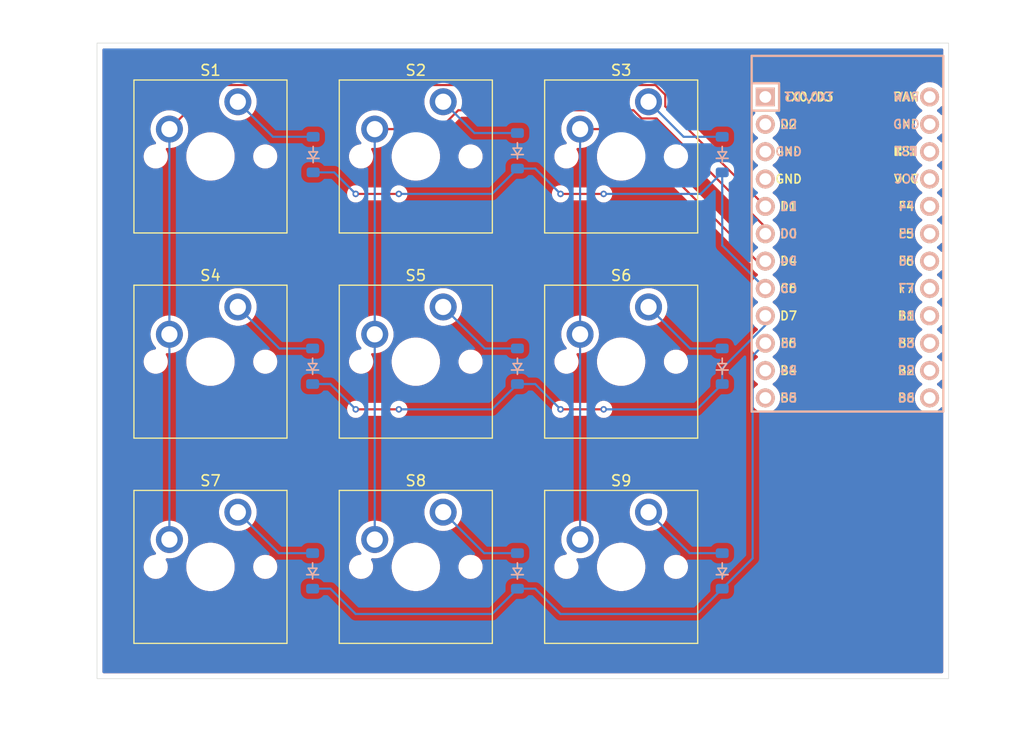
<source format=kicad_pcb>
(kicad_pcb (version 20240108) (generator "pcbnew") (generator_version "8.0")
  (layers (0 "F.Cu" signal) (31 "B.Cu" signal) (34 "B.Paste" user) (35 "F.Paste" user) (36 "B.SilkS" user "B.Silkscreen") (37 "F.SilkS" user "F.Silkscreen") (38 "B.Mask" user) (39 "F.Mask" user) (44 "Edge.Cuts" user))
  (net 0 "")
  (net 1 "Net-(D1-A)")
  (net 2 "Row 0")
  (net 3 "Net-(D2-A)")
  (net 4 "Net-(D3-A)")
  (net 5 "Row 1")
  (net 6 "Net-(D4-A)")
  (net 7 "Net-(D5-A)")
  (net 8 "Net-(D6-A)")
  (net 9 "Row 2")
  (net 10 "Net-(D7-A)")
  (net 11 "Net-(D8-A)")
  (net 12 "Net-(D9-A)")
  (net 13 "Colunm 0")
  (net 14 "Colunm 1")
  (net 15 "Colunm 2")
  (footprint "ScottoKeebs_MX:MX_PCB_1.00u" (layer "F.Cu") (at 163.72 83.8)
    (property "Reference" "S3" (at 0 -8 0) (layer "F.SilkS"))
    (property "Value" "Keyswitch")
    (fp_line (start -7.1 -7.1) (end -7.1 7.1) (stroke (width 0.12)) (layer "F.SilkS"))
    (fp_line (start -7.1 7.1) (end 7.1 7.1) (stroke (width 0.12)) (layer "F.SilkS"))
    (fp_line (start 7.1 -7.1) (end -7.1 -7.1) (stroke (width 0.12)) (layer "F.SilkS"))
    (fp_line (start 7.1 7.1) (end 7.1 -7.1) (stroke (width 0.12)) (layer "F.SilkS"))
    (pad "" np_thru_hole circle (at -5.08 0) (size 1.75 1.75) (drill 1.75) (layers "*.Cu" "*.Mask"))
    (pad "" np_thru_hole circle (at 0 0) (size 4 4) (drill 4) (layers "*.Cu" "*.Mask"))
    (pad "" np_thru_hole circle (at 5.08 0) (size 1.75 1.75) (drill 1.75) (layers "*.Cu" "*.Mask"))
    (pad "1" thru_hole circle (at -3.81 -2.54) (size 2.5 2.5) (drill 1.5) (layers "*.Cu" "*.Mask") (net 15 "Colunm 2"))
    (pad "2" thru_hole circle (at 2.54 -5.08) (size 2.5 2.5) (drill 1.5) (layers "*.Cu" "*.Mask") (net 4 "Net-(D3-A)"))
  )
  (footprint "ScottoKeebs_MX:MX_PCB_1.00u" (layer "F.Cu") (at 125.62 121.9)
    (property "Reference" "S7" (at 0 -8 0) (layer "F.SilkS"))
    (property "Value" "Keyswitch")
    (fp_line (start -7.1 -7.1) (end -7.1 7.1) (stroke (width 0.12)) (layer "F.SilkS"))
    (fp_line (start -7.1 7.1) (end 7.1 7.1) (stroke (width 0.12)) (layer "F.SilkS"))
    (fp_line (start 7.1 -7.1) (end -7.1 -7.1) (stroke (width 0.12)) (layer "F.SilkS"))
    (fp_line (start 7.1 7.1) (end 7.1 -7.1) (stroke (width 0.12)) (layer "F.SilkS"))
    (pad "" np_thru_hole circle (at -5.08 0) (size 1.75 1.75) (drill 1.75) (layers "*.Cu" "*.Mask"))
    (pad "" np_thru_hole circle (at 0 0) (size 4 4) (drill 4) (layers "*.Cu" "*.Mask"))
    (pad "" np_thru_hole circle (at 5.08 0) (size 1.75 1.75) (drill 1.75) (layers "*.Cu" "*.Mask"))
    (pad "1" thru_hole circle (at -3.81 -2.54) (size 2.5 2.5) (drill 1.5) (layers "*.Cu" "*.Mask") (net 13 "Colunm 0"))
    (pad "2" thru_hole circle (at 2.54 -5.08) (size 2.5 2.5) (drill 1.5) (layers "*.Cu" "*.Mask") (net 10 "Net-(D7-A)"))
  )
  (footprint "ScottoKeebs_MCU:Arduino_Pro_Micro" (layer "F.Cu") (at 184.715 92.245)
    (property "Reference" "U1" (hide yes))
    (property "Value" "Arduino_Pro_Micro" (hide yes))
    (fp_line (start -8.89 -17.78) (end -8.89 15.24) (stroke (width 0.2)) (layer "B.SilkS"))
    (fp_line (start -8.89 15.24) (end 8.89 15.24) (stroke (width 0.2)) (layer "B.SilkS"))
    (fp_line (start -6.35 -15.24) (end -8.89 -15.24) (stroke (width 0.2)) (layer "B.SilkS"))
    (fp_line (start -6.35 -15.24) (end -6.35 -12.7) (stroke (width 0.2)) (layer "B.SilkS"))
    (fp_line (start -6.35 -12.7) (end -8.89 -12.7) (stroke (width 0.2)) (layer "B.SilkS"))
    (fp_line (start 8.89 -17.78) (end -8.89 -17.78) (stroke (width 0.2)) (layer "B.SilkS"))
    (fp_line (start 8.89 15.24) (end 8.89 -17.78) (stroke (width 0.2)) (layer "B.SilkS"))
    (fp_poly (pts (xy 5.844635 -9.35097) (xy 5.844635 -9.25097) (xy 6.344635 -9.25097) (xy 6.344635 -9.35097)) (stroke (width 0.15)) (fill solid) (layer "B.SilkS"))
    (fp_poly (pts (xy 5.844635 -9.35097) (xy 5.844635 -9.05097) (xy 5.944635 -9.05097) (xy 5.944635 -9.35097)) (stroke (width 0.15)) (fill solid) (layer "B.SilkS"))
    (fp_poly (pts (xy 5.844635 -8.75097) (xy 5.844635 -8.55097) (xy 5.944635 -8.55097) (xy 5.944635 -8.75097)) (stroke (width 0.15)) (fill solid) (layer "B.SilkS"))
    (fp_poly (pts (xy 6.044635 -8.95097) (xy 6.044635 -8.85097) (xy 6.144635 -8.85097) (xy 6.144635 -8.95097)) (stroke (width 0.15)) (fill solid) (layer "B.SilkS"))
    (fp_poly (pts (xy 6.244635 -9.35097) (xy 6.244635 -8.55097) (xy 6.344635 -8.55097) (xy 6.344635 -9.35097)) (stroke (width 0.15)) (fill solid) (layer "B.SilkS"))
    (fp_line (start -8.89 -17.78) (end -8.89 15.24) (stroke (width 0.2)) (layer "F.SilkS"))
    (fp_line (start -8.89 15.24) (end 8.89 15.24) (stroke (width 0.2)) (layer "F.SilkS"))
    (fp_line (start -6.35 -15.24) (end -8.89 -15.24) (stroke (width 0.2)) (layer "F.SilkS"))
    (fp_line (start -6.35 -15.24) (end -6.35 -12.7) (stroke (width 0.2)) (layer "F.SilkS"))
    (fp_line (start -6.35 -12.7) (end -8.89 -12.7) (stroke (width 0.2)) (layer "F.SilkS"))
    (fp_line (start 8.89 -17.78) (end -8.89 -17.78) (stroke (width 0.2)) (layer "F.SilkS"))
    (fp_line (start 8.89 15.24) (end 8.89 -17.78) (stroke (width 0.2)) (layer "F.SilkS"))
    (fp_poly (pts (xy 4.531568 -9.36064) (xy 4.531568 -8.56064) (xy 4.431568 -8.56064) (xy 4.431568 -9.36064)) (stroke (width 0.15)) (fill solid) (layer "F.SilkS"))
    (fp_poly (pts (xy 4.731568 -8.96064) (xy 4.731568 -8.86064) (xy 4.631568 -8.86064) (xy 4.631568 -8.96064)) (stroke (width 0.15)) (fill solid) (layer "F.SilkS"))
    (fp_poly (pts (xy 4.931568 -9.36064) (xy 4.931568 -9.26064) (xy 4.431568 -9.26064) (xy 4.431568 -9.36064)) (stroke (width 0.15)) (fill solid) (layer "F.SilkS"))
    (fp_poly (pts (xy 4.931568 -9.36064) (xy 4.931568 -9.06064) (xy 4.831568 -9.06064) (xy 4.831568 -9.36064)) (stroke (width 0.15)) (fill solid) (layer "F.SilkS"))
    (fp_poly (pts (xy 4.931568 -8.76064) (xy 4.931568 -8.56064) (xy 4.831568 -8.56064) (xy 4.831568 -8.76064)) (stroke (width 0.15)) (fill solid) (layer "F.SilkS"))
    (fp_text user "D0" (at -5.461 -1.27 0) (layer "B.SilkS") (effects (font (size 0.8 0.8)) (justify mirror)))
    (fp_text user "B3" (at 5.461 8.89 0) (layer "B.SilkS") (effects (font (size 0.8 0.8)) (justify mirror)))
    (fp_text user "D4" (at -5.461 1.27 0) (layer "B.SilkS") (effects (font (size 0.8 0.8)) (justify mirror)))
    (fp_text user "ST" (at 5.04 -8.91 0) (layer "B.SilkS") (effects (font (size 0.8 0.8)) (justify mirror)))
    (fp_text user "B4" (at -5.461 11.43 0) (layer "B.SilkS") (effects (font (size 0.8 0.8)) (justify mirror)))
    (fp_text user "B5" (at -5.461 13.97 0) (layer "B.SilkS") (effects (font (size 0.8 0.8)) (justify mirror)))
    (fp_text user "GND" (at 5.461 -11.43 0) (layer "B.SilkS") (effects (font (size 0.8 0.8)) (justify mirror)))
    (fp_text user "GND" (at -5.461 -8.89 0) (layer "B.SilkS") (effects (font (size 0.8 0.8)) (justify mirror)))
    (fp_text user "B2" (at 5.461 11.43 0) (layer "B.SilkS") (effects (font (size 0.8 0.8)) (justify mirror)))
    (fp_text user "C6" (at -5.461 3.81 0) (layer "B.SilkS") (effects (font (size 0.8 0.8)) (justify mirror)))
    (fp_text user "D1" (at -5.461 -3.81 0) (layer "B.SilkS") (effects (font (size 0.8 0.8)) (justify mirror)))
    (fp_text user "B1" (at 5.461 6.35 0) (layer "B.SilkS") (effects (font (size 0.8 0.8)) (justify mirror)))
    (fp_text user "F7" (at 5.461 3.81 0) (layer "B.SilkS") (effects (font (size 0.8 0.8)) (justify mirror)))
    (fp_text user "RAW" (at 5.461 -13.97 0) (layer "B.SilkS") (effects (font (size 0.8 0.8)) (justify mirror)))
    (fp_text user "D2" (at -5.461 -11.43 0) (layer "B.SilkS") (effects (font (size 0.8 0.8)) (justify mirror)))
    (fp_text user "F5" (at 5.461 -1.27 0) (layer "B.SilkS") (effects (font (size 0.8 0.8)) (justify mirror)))
    (fp_text user "B6" (at 5.461 13.97 0) (layer "B.SilkS") (effects (font (size 0.8 0.8)) (justify mirror)))
    (fp_text user "VCC" (at 5.461 -6.35 0) (layer "B.SilkS") (effects (font (size 0.8 0.8)) (justify mirror)))
    (fp_text user "F4" (at 5.461 -3.81 0) (layer "B.SilkS") (effects (font (size 0.8 0.8)) (justify mirror)))
    (fp_text user "F6" (at 5.461 1.27 0) (layer "B.SilkS") (effects (font (size 0.8 0.8)) (justify mirror)))
    (fp_text user "E6" (at -5.461 8.89 0) (layer "B.SilkS") (effects (font (size 0.8 0.8)) (justify mirror)))
    (fp_text user "TX0/D3" (at -3.571872 -13.97 0) (layer "B.SilkS") (effects (font (size 0.8 0.8)) (justify mirror)))
    (fp_text user "GND" (at -5.461 -8.89 0) (layer "F.SilkS") (effects (font (size 0.8 0.8))))
    (fp_text user "RAW" (at 5.461 -13.97 0) (layer "F.SilkS") (effects (font (size 0.8 0.8))))
    (fp_text user "TX0/D3" (at -3.571872 -13.97 0) (layer "F.SilkS") (effects (font (size 0.8 0.8))))
    (fp_text user "GND" (at 5.461 -11.43 0) (layer "F.SilkS") (effects (font (size 0.8 0.8))))
    (fp_text user "B6" (at 5.461 13.97 0) (layer "F.SilkS") (effects (font (size 0.8 0.8))))
    (fp_text user "F4" (at 5.461 -3.81 0) (layer "F.SilkS") (effects (font (size 0.8 0.8))))
    (fp_text user "D0" (at -5.461 -1.27 0) (layer "F.SilkS") (effects (font (size 0.8 0.8))))
    (fp_text user "F6" (at 5.461 1.27 0) (layer "F.SilkS") (effects (font (size 0.8 0.8))))
    (fp_text user "E6" (at -5.461 8.89 0) (layer "F.SilkS") (effects (font (size 0.8 0.8))))
    (fp_text user "D4" (at -5.461 1.27 0) (layer "F.SilkS") (effects (font (size 0.8 0.8))))
    (fp_text user "ST" (at 5.73312 -8.92 0) (layer "F.SilkS") (effects (font (size 0.8 0.8))))
    (fp_text user "F5" (at 5.461 -1.27 0) (layer "F.SilkS") (effects (font (size 0.8 0.8))))
    (fp_text user "C6" (at -5.461 3.81 0) (layer "F.SilkS") (effects (font (size 0.8 0.8))))
    (fp_text user "B2" (at 5.461 11.43 0) (layer "F.SilkS") (effects (font (size 0.8 0.8))))
    (fp_text user "VCC" (at 5.461 -6.35 0) (layer "F.SilkS") (effects (font (size 0.8 0.8))))
    (fp_text user "D2" (at -5.461 -11.43 0) (layer "F.SilkS") (effects (font (size 0.8 0.8))))
    (fp_text user "F7" (at 5.461 3.81 0) (layer "F.SilkS") (effects (font (size 0.8 0.8))))
    (fp_text user "B4" (at -5.461 11.43 0) (layer "F.SilkS") (effects (font (size 0.8 0.8))))
    (fp_text user "D7" (at -5.461 6.35 0) (layer "F.SilkS") (effects (font (size 0.8 0.8))))
    (fp_text user "B1" (at 5.461 6.35 0) (layer "F.SilkS") (effects (font (size 0.8 0.8))))
    (fp_text user "GND" (at -5.461 -6.35 0) (layer "F.SilkS") (effects (font (size 0.8 0.8))))
    (fp_text user "D1" (at -5.461 -3.81 0) (layer "F.SilkS") (effects (font (size 0.8 0.8))))
    (fp_text user "B5" (at -5.461 13.97 0) (layer "F.SilkS") (effects (font (size 0.8 0.8))))
    (fp_text user "B3" (at 5.461 8.89 0) (layer "F.SilkS") (effects (font (size 0.8 0.8))))
    (pad "1" thru_hole rect (at -7.62 -13.97 270) (size 1.7526 1.7526) (drill 1.0922) (layers "*.Cu" "*.SilkS" "*.Mask"))
    (pad "2" thru_hole circle (at -7.62 -11.43 270) (size 1.7526 1.7526) (drill 1.0922) (layers "*.Cu" "*.SilkS" "*.Mask"))
    (pad "3" thru_hole circle (at -7.62 -8.89 270) (size 1.7526 1.7526) (drill 1.0922) (layers "*.Cu" "*.SilkS" "*.Mask"))
    (pad "4" thru_hole circle (at -7.62 -6.35 270) (size 1.7526 1.7526) (drill 1.0922) (layers "*.Cu" "*.SilkS" "*.Mask"))
    (pad "5" thru_hole circle (at -7.62 -3.81 270) (size 1.7526 1.7526) (drill 1.0922) (layers "*.Cu" "*.SilkS" "*.Mask") (net 13 "Colunm 0"))
    (pad "6" thru_hole circle (at -7.62 -1.27 270) (size 1.7526 1.7526) (drill 1.0922) (layers "*.Cu" "*.SilkS" "*.Mask") (net 14 "Colunm 1"))
    (pad "7" thru_hole circle (at -7.62 1.27 270) (size 1.7526 1.7526) (drill 1.0922) (layers "*.Cu" "*.SilkS" "*.Mask") (net 15 "Colunm 2"))
    (pad "8" thru_hole circle (at -7.62 3.81 270) (size 1.7526 1.7526) (drill 1.0922) (layers "*.Cu" "*.SilkS" "*.Mask") (net 2 "Row 0"))
    (pad "9" thru_hole circle (at -7.62 6.35 270) (size 1.7526 1.7526) (drill 1.0922) (layers "*.Cu" "*.SilkS" "*.Mask") (net 5 "Row 1"))
    (pad "10" thru_hole circle (at -7.62 8.89 270) (size 1.7526 1.7526) (drill 1.0922) (layers "*.Cu" "*.SilkS" "*.Mask") (net 9 "Row 2"))
    (pad "11" thru_hole circle (at -7.62 11.43 270) (size 1.7526 1.7526) (drill 1.0922) (layers "*.Cu" "*.SilkS" "*.Mask"))
    (pad "12" thru_hole circle (at -7.62 13.97 270) (size 1.7526 1.7526) (drill 1.0922) (layers "*.Cu" "*.SilkS" "*.Mask"))
    (pad "13" thru_hole circle (at 7.62 13.97 270) (size 1.7526 1.7526) (drill 1.0922) (layers "*.Cu" "*.SilkS" "*.Mask"))
    (pad "14" thru_hole circle (at 7.62 11.43 270) (size 1.7526 1.7526) (drill 1.0922) (layers "*.Cu" "*.SilkS" "*.Mask"))
    (pad "15" thru_hole circle (at 7.62 8.89 270) (size 1.7526 1.7526) (drill 1.0922) (layers "*.Cu" "*.SilkS" "*.Mask"))
    (pad "16" thru_hole circle (at 7.62 6.35 270) (size 1.7526 1.7526) (drill 1.0922) (layers "*.Cu" "*.SilkS" "*.Mask"))
    (pad "17" thru_hole circle (at 7.62 3.81 270) (size 1.7526 1.7526) (drill 1.0922) (layers "*.Cu" "*.SilkS" "*.Mask"))
    (pad "18" thru_hole circle (at 7.62 1.27 270) (size 1.7526 1.7526) (drill 1.0922) (layers "*.Cu" "*.SilkS" "*.Mask"))
    (pad "19" thru_hole circle (at 7.62 -1.27 270) (size 1.7526 1.7526) (drill 1.0922) (layers "*.Cu" "*.SilkS" "*.Mask"))
    (pad "20" thru_hole circle (at 7.62 -3.81 270) (size 1.7526 1.7526) (drill 1.0922) (layers "*.Cu" "*.SilkS" "*.Mask"))
    (pad "21" thru_hole circle (at 7.62 -6.35 270) (size 1.7526 1.7526) (drill 1.0922) (layers "*.Cu" "*.SilkS" "*.Mask"))
    (pad "22" thru_hole circle (at 7.62 -8.89 270) (size 1.7526 1.7526) (drill 1.0922) (layers "*.Cu" "*.SilkS" "*.Mask"))
    (pad "23" thru_hole circle (at 7.62 -11.43 270) (size 1.7526 1.7526) (drill 1.0922) (layers "*.Cu" "*.SilkS" "*.Mask"))
    (pad "24" thru_hole circle (at 7.62 -13.97 270) (size 1.7526 1.7526) (drill 1.0922) (layers "*.Cu" "*.SilkS" "*.Mask"))
  )
  (footprint "ScottoKeebs_MX:MX_PCB_1.00u" (layer "F.Cu") (at 144.67 102.85)
    (property "Reference" "S5" (at 0 -8 0) (layer "F.SilkS"))
    (property "Value" "Keyswitch")
    (fp_line (start -7.1 -7.1) (end -7.1 7.1) (stroke (width 0.12)) (layer "F.SilkS"))
    (fp_line (start -7.1 7.1) (end 7.1 7.1) (stroke (width 0.12)) (layer "F.SilkS"))
    (fp_line (start 7.1 -7.1) (end -7.1 -7.1) (stroke (width 0.12)) (layer "F.SilkS"))
    (fp_line (start 7.1 7.1) (end 7.1 -7.1) (stroke (width 0.12)) (layer "F.SilkS"))
    (pad "" np_thru_hole circle (at -5.08 0) (size 1.75 1.75) (drill 1.75) (layers "*.Cu" "*.Mask"))
    (pad "" np_thru_hole circle (at 0 0) (size 4 4) (drill 4) (layers "*.Cu" "*.Mask"))
    (pad "" np_thru_hole circle (at 5.08 0) (size 1.75 1.75) (drill 1.75) (layers "*.Cu" "*.Mask"))
    (pad "1" thru_hole circle (at -3.81 -2.54) (size 2.5 2.5) (drill 1.5) (layers "*.Cu" "*.Mask") (net 14 "Colunm 1"))
    (pad "2" thru_hole circle (at 2.54 -5.08) (size 2.5 2.5) (drill 1.5) (layers "*.Cu" "*.Mask") (net 7 "Net-(D5-A)"))
  )
  (footprint "ScottoKeebs_MX:MX_PCB_1.00u" (layer "F.Cu") (at 125.62 83.8)
    (property "Reference" "S1" (at 0 -8 0) (layer "F.SilkS"))
    (property "Value" "Keyswitch")
    (fp_line (start -7.1 -7.1) (end -7.1 7.1) (stroke (width 0.12)) (layer "F.SilkS"))
    (fp_line (start -7.1 7.1) (end 7.1 7.1) (stroke (width 0.12)) (layer "F.SilkS"))
    (fp_line (start 7.1 -7.1) (end -7.1 -7.1) (stroke (width 0.12)) (layer "F.SilkS"))
    (fp_line (start 7.1 7.1) (end 7.1 -7.1) (stroke (width 0.12)) (layer "F.SilkS"))
    (pad "" np_thru_hole circle (at -5.08 0) (size 1.75 1.75) (drill 1.75) (layers "*.Cu" "*.Mask"))
    (pad "" np_thru_hole circle (at 0 0) (size 4 4) (drill 4) (layers "*.Cu" "*.Mask"))
    (pad "" np_thru_hole circle (at 5.08 0) (size 1.75 1.75) (drill 1.75) (layers "*.Cu" "*.Mask"))
    (pad "1" thru_hole circle (at -3.81 -2.54) (size 2.5 2.5) (drill 1.5) (layers "*.Cu" "*.Mask") (net 13 "Colunm 0"))
    (pad "2" thru_hole circle (at 2.54 -5.08) (size 2.5 2.5) (drill 1.5) (layers "*.Cu" "*.Mask") (net 1 "Net-(D1-A)"))
  )
  (footprint "ScottoKeebs_MX:MX_PCB_1.00u" (layer "F.Cu") (at 144.67 121.9)
    (property "Reference" "S8" (at 0 -8 0) (layer "F.SilkS"))
    (property "Value" "Keyswitch")
    (fp_line (start -7.1 -7.1) (end -7.1 7.1) (stroke (width 0.12)) (layer "F.SilkS"))
    (fp_line (start -7.1 7.1) (end 7.1 7.1) (stroke (width 0.12)) (layer "F.SilkS"))
    (fp_line (start 7.1 -7.1) (end -7.1 -7.1) (stroke (width 0.12)) (layer "F.SilkS"))
    (fp_line (start 7.1 7.1) (end 7.1 -7.1) (stroke (width 0.12)) (layer "F.SilkS"))
    (pad "" np_thru_hole circle (at -5.08 0) (size 1.75 1.75) (drill 1.75) (layers "*.Cu" "*.Mask"))
    (pad "" np_thru_hole circle (at 0 0) (size 4 4) (drill 4) (layers "*.Cu" "*.Mask"))
    (pad "" np_thru_hole circle (at 5.08 0) (size 1.75 1.75) (drill 1.75) (layers "*.Cu" "*.Mask"))
    (pad "1" thru_hole circle (at -3.81 -2.54) (size 2.5 2.5) (drill 1.5) (layers "*.Cu" "*.Mask") (net 14 "Colunm 1"))
    (pad "2" thru_hole circle (at 2.54 -5.08) (size 2.5 2.5) (drill 1.5) (layers "*.Cu" "*.Mask") (net 11 "Net-(D8-A)"))
  )
  (footprint "ScottoKeebs_MX:MX_PCB_1.00u" (layer "F.Cu") (at 144.67 83.8)
    (property "Reference" "S2" (at 0 -8 0) (layer "F.SilkS"))
    (property "Value" "Keyswitch")
    (fp_line (start -7.1 -7.1) (end -7.1 7.1) (stroke (width 0.12)) (layer "F.SilkS"))
    (fp_line (start -7.1 7.1) (end 7.1 7.1) (stroke (width 0.12)) (layer "F.SilkS"))
    (fp_line (start 7.1 -7.1) (end -7.1 -7.1) (stroke (width 0.12)) (layer "F.SilkS"))
    (fp_line (start 7.1 7.1) (end 7.1 -7.1) (stroke (width 0.12)) (layer "F.SilkS"))
    (pad "" np_thru_hole circle (at -5.08 0) (size 1.75 1.75) (drill 1.75) (layers "*.Cu" "*.Mask"))
    (pad "" np_thru_hole circle (at 0 0) (size 4 4) (drill 4) (layers "*.Cu" "*.Mask"))
    (pad "" np_thru_hole circle (at 5.08 0) (size 1.75 1.75) (drill 1.75) (layers "*.Cu" "*.Mask"))
    (pad "1" thru_hole circle (at -3.81 -2.54) (size 2.5 2.5) (drill 1.5) (layers "*.Cu" "*.Mask") (net 14 "Colunm 1"))
    (pad "2" thru_hole circle (at 2.54 -5.08) (size 2.5 2.5) (drill 1.5) (layers "*.Cu" "*.Mask") (net 3 "Net-(D2-A)"))
  )
  (footprint "ScottoKeebs_MX:MX_PCB_1.00u" (layer "F.Cu") (at 163.72 102.85)
    (property "Reference" "S6" (at 0 -8 0) (layer "F.SilkS"))
    (property "Value" "Keyswitch")
    (fp_line (start -7.1 -7.1) (end -7.1 7.1) (stroke (width 0.12)) (layer "F.SilkS"))
    (fp_line (start -7.1 7.1) (end 7.1 7.1) (stroke (width 0.12)) (layer "F.SilkS"))
    (fp_line (start 7.1 -7.1) (end -7.1 -7.1) (stroke (width 0.12)) (layer "F.SilkS"))
    (fp_line (start 7.1 7.1) (end 7.1 -7.1) (stroke (width 0.12)) (layer "F.SilkS"))
    (pad "" np_thru_hole circle (at -5.08 0) (size 1.75 1.75) (drill 1.75) (layers "*.Cu" "*.Mask"))
    (pad "" np_thru_hole circle (at 0 0) (size 4 4) (drill 4) (layers "*.Cu" "*.Mask"))
    (pad "" np_thru_hole circle (at 5.08 0) (size 1.75 1.75) (drill 1.75) (layers "*.Cu" "*.Mask"))
    (pad "1" thru_hole circle (at -3.81 -2.54) (size 2.5 2.5) (drill 1.5) (layers "*.Cu" "*.Mask") (net 15 "Colunm 2"))
    (pad "2" thru_hole circle (at 2.54 -5.08) (size 2.5 2.5) (drill 1.5) (layers "*.Cu" "*.Mask") (net 8 "Net-(D6-A)"))
  )
  (footprint "ScottoKeebs_MX:MX_PCB_1.00u" (layer "F.Cu") (at 163.72 121.9)
    (property "Reference" "S9" (at 0 -8 0) (layer "F.SilkS"))
    (property "Value" "Keyswitch")
    (fp_line (start -7.1 -7.1) (end -7.1 7.1) (stroke (width 0.12)) (layer "F.SilkS"))
    (fp_line (start -7.1 7.1) (end 7.1 7.1) (stroke (width 0.12)) (layer "F.SilkS"))
    (fp_line (start 7.1 -7.1) (end -7.1 -7.1) (stroke (width 0.12)) (layer "F.SilkS"))
    (fp_line (start 7.1 7.1) (end 7.1 -7.1) (stroke (width 0.12)) (layer "F.SilkS"))
    (pad "" np_thru_hole circle (at -5.08 0) (size 1.75 1.75) (drill 1.75) (layers "*.Cu" "*.Mask"))
    (pad "" np_thru_hole circle (at 0 0) (size 4 4) (drill 4) (layers "*.Cu" "*.Mask"))
    (pad "" np_thru_hole circle (at 5.08 0) (size 1.75 1.75) (drill 1.75) (layers "*.Cu" "*.Mask"))
    (pad "1" thru_hole circle (at -3.81 -2.54) (size 2.5 2.5) (drill 1.5) (layers "*.Cu" "*.Mask") (net 15 "Colunm 2"))
    (pad "2" thru_hole circle (at 2.54 -5.08) (size 2.5 2.5) (drill 1.5) (layers "*.Cu" "*.Mask") (net 12 "Net-(D9-A)"))
  )
  (footprint "ScottoKeebs_MX:MX_PCB_1.00u" (layer "F.Cu") (at 125.62 102.85)
    (property "Reference" "S4" (at 0 -8 0) (layer "F.SilkS"))
    (property "Value" "Keyswitch")
    (fp_line (start -7.1 -7.1) (end -7.1 7.1) (stroke (width 0.12)) (layer "F.SilkS"))
    (fp_line (start -7.1 7.1) (end 7.1 7.1) (stroke (width 0.12)) (layer "F.SilkS"))
    (fp_line (start 7.1 -7.1) (end -7.1 -7.1) (stroke (width 0.12)) (layer "F.SilkS"))
    (fp_line (start 7.1 7.1) (end 7.1 -7.1) (stroke (width 0.12)) (layer "F.SilkS"))
    (pad "" np_thru_hole circle (at -5.08 0) (size 1.75 1.75) (drill 1.75) (layers "*.Cu" "*.Mask"))
    (pad "" np_thru_hole circle (at 0 0) (size 4 4) (drill 4) (layers "*.Cu" "*.Mask"))
    (pad "" np_thru_hole circle (at 5.08 0) (size 1.75 1.75) (drill 1.75) (layers "*.Cu" "*.Mask"))
    (pad "1" thru_hole circle (at -3.81 -2.54) (size 2.5 2.5) (drill 1.5) (layers "*.Cu" "*.Mask") (net 13 "Colunm 0"))
    (pad "2" thru_hole circle (at 2.54 -5.08) (size 2.5 2.5) (drill 1.5) (layers "*.Cu" "*.Mask") (net 6 "Net-(D4-A)"))
  )
  (footprint "ScottoKeebs_Components:Diode_SOD-123" (layer "B.Cu") (at 154.095 122.275 90)
    (property "Reference" "D8" (hide yes))
    (property "Value" "Diode")
    (fp_line (start -0.35 -0.55) (end -0.35 0) (stroke (width 0.15)) (layer "B.SilkS"))
    (fp_line (start 0.25 -0.4) (end 0.25 0.4) (stroke (width 0.15)) (layer "B.SilkS"))
    (fp_line (start 0.75 0) (end 0.25 0) (stroke (width 0.15)) (layer "B.SilkS"))
    (fp_line (start -0.35 0) (end 0.25 -0.4) (stroke (width 0.15)) (layer "B.SilkS"))
    (fp_line (start -0.35 0) (end -0.75 0) (stroke (width 0.15)) (layer "B.SilkS"))
    (fp_line (start 0.25 0.4) (end -0.35 0) (stroke (width 0.15)) (layer "B.SilkS"))
    (fp_line (start -0.35 0.55) (end -0.35 0) (stroke (width 0.15)) (layer "B.SilkS"))
    (pad "1" smd roundrect (at -1.65 0 90) (size 0.9 1.2) (layers "B.Cu" "B.Paste" "B.Mask") (net 9 "Row 2"))
    (pad "2" smd roundrect (at 1.65 0 90) (size 0.9 1.2) (layers "B.Cu" "B.Paste" "B.Mask") (net 11 "Net-(D8-A)"))
  )
  (footprint "ScottoKeebs_Components:Diode_SOD-123" (layer "B.Cu") (at 154.095 103.275 90)
    (property "Reference" "D5" (hide yes))
    (property "Value" "Diode")
    (fp_line (start -0.35 -0.55) (end -0.35 0) (stroke (width 0.15)) (layer "B.SilkS"))
    (fp_line (start 0.25 -0.4) (end 0.25 0.4) (stroke (width 0.15)) (layer "B.SilkS"))
    (fp_line (start 0.75 0) (end 0.25 0) (stroke (width 0.15)) (layer "B.SilkS"))
    (fp_line (start -0.35 0) (end 0.25 -0.4) (stroke (width 0.15)) (layer "B.SilkS"))
    (fp_line (start -0.35 0) (end -0.75 0) (stroke (width 0.15)) (layer "B.SilkS"))
    (fp_line (start 0.25 0.4) (end -0.35 0) (stroke (width 0.15)) (layer "B.SilkS"))
    (fp_line (start -0.35 0.55) (end -0.35 0) (stroke (width 0.15)) (layer "B.SilkS"))
    (pad "1" smd roundrect (at -1.65 0 90) (size 0.9 1.2) (layers "B.Cu" "B.Paste" "B.Mask") (net 5 "Row 1"))
    (pad "2" smd roundrect (at 1.65 0 90) (size 0.9 1.2) (layers "B.Cu" "B.Paste" "B.Mask") (net 7 "Net-(D5-A)"))
  )
  (footprint "ScottoKeebs_Components:Diode_SOD-123" (layer "B.Cu") (at 173.095 122.275 90)
    (property "Reference" "D9" (hide yes))
    (property "Value" "Diode")
    (fp_line (start -0.35 -0.55) (end -0.35 0) (stroke (width 0.15)) (layer "B.SilkS"))
    (fp_line (start 0.25 -0.4) (end 0.25 0.4) (stroke (width 0.15)) (layer "B.SilkS"))
    (fp_line (start 0.75 0) (end 0.25 0) (stroke (width 0.15)) (layer "B.SilkS"))
    (fp_line (start -0.35 0) (end 0.25 -0.4) (stroke (width 0.15)) (layer "B.SilkS"))
    (fp_line (start -0.35 0) (end -0.75 0) (stroke (width 0.15)) (layer "B.SilkS"))
    (fp_line (start 0.25 0.4) (end -0.35 0) (stroke (width 0.15)) (layer "B.SilkS"))
    (fp_line (start -0.35 0.55) (end -0.35 0) (stroke (width 0.15)) (layer "B.SilkS"))
    (pad "1" smd roundrect (at -1.65 0 90) (size 0.9 1.2) (layers "B.Cu" "B.Paste" "B.Mask") (net 9 "Row 2"))
    (pad "2" smd roundrect (at 1.65 0 90) (size 0.9 1.2) (layers "B.Cu" "B.Paste" "B.Mask") (net 12 "Net-(D9-A)"))
  )
  (footprint "ScottoKeebs_Components:Diode_SOD-123" (layer "B.Cu") (at 173.095 103.275 90)
    (property "Reference" "D6" (hide yes))
    (property "Value" "Diode")
    (fp_line (start -0.35 -0.55) (end -0.35 0) (stroke (width 0.15)) (layer "B.SilkS"))
    (fp_line (start 0.25 -0.4) (end 0.25 0.4) (stroke (width 0.15)) (layer "B.SilkS"))
    (fp_line (start 0.75 0) (end 0.25 0) (stroke (width 0.15)) (layer "B.SilkS"))
    (fp_line (start -0.35 0) (end 0.25 -0.4) (stroke (width 0.15)) (layer "B.SilkS"))
    (fp_line (start -0.35 0) (end -0.75 0) (stroke (width 0.15)) (layer "B.SilkS"))
    (fp_line (start 0.25 0.4) (end -0.35 0) (stroke (width 0.15)) (layer "B.SilkS"))
    (fp_line (start -0.35 0.55) (end -0.35 0) (stroke (width 0.15)) (layer "B.SilkS"))
    (pad "1" smd roundrect (at -1.65 0 90) (size 0.9 1.2) (layers "B.Cu" "B.Paste" "B.Mask") (net 5 "Row 1"))
    (pad "2" smd roundrect (at 1.65 0 90) (size 0.9 1.2) (layers "B.Cu" "B.Paste" "B.Mask") (net 8 "Net-(D6-A)"))
  )
  (footprint "ScottoKeebs_Components:Diode_SOD-123" (layer "B.Cu") (at 135.095 103.275 90)
    (property "Reference" "D4" (hide yes))
    (property "Value" "Diode")
    (fp_line (start -0.35 -0.55) (end -0.35 0) (stroke (width 0.15)) (layer "B.SilkS"))
    (fp_line (start 0.25 -0.4) (end 0.25 0.4) (stroke (width 0.15)) (layer "B.SilkS"))
    (fp_line (start 0.75 0) (end 0.25 0) (stroke (width 0.15)) (layer "B.SilkS"))
    (fp_line (start -0.35 0) (end 0.25 -0.4) (stroke (width 0.15)) (layer "B.SilkS"))
    (fp_line (start -0.35 0) (end -0.75 0) (stroke (width 0.15)) (layer "B.SilkS"))
    (fp_line (start 0.25 0.4) (end -0.35 0) (stroke (width 0.15)) (layer "B.SilkS"))
    (fp_line (start -0.35 0.55) (end -0.35 0) (stroke (width 0.15)) (layer "B.SilkS"))
    (pad "1" smd roundrect (at -1.65 0 90) (size 0.9 1.2) (layers "B.Cu" "B.Paste" "B.Mask") (net 5 "Row 1"))
    (pad "2" smd roundrect (at 1.65 0 90) (size 0.9 1.2) (layers "B.Cu" "B.Paste" "B.Mask") (net 6 "Net-(D4-A)"))
  )
  (footprint "ScottoKeebs_Components:Diode_SOD-123" (layer "B.Cu") (at 154.095 83.275 90)
    (property "Reference" "D2" (hide yes))
    (property "Value" "Diode")
    (fp_line (start -0.35 -0.55) (end -0.35 0) (stroke (width 0.15)) (layer "B.SilkS"))
    (fp_line (start 0.25 -0.4) (end 0.25 0.4) (stroke (width 0.15)) (layer "B.SilkS"))
    (fp_line (start 0.75 0) (end 0.25 0) (stroke (width 0.15)) (layer "B.SilkS"))
    (fp_line (start -0.35 0) (end 0.25 -0.4) (stroke (width 0.15)) (layer "B.SilkS"))
    (fp_line (start -0.35 0) (end -0.75 0) (stroke (width 0.15)) (layer "B.SilkS"))
    (fp_line (start 0.25 0.4) (end -0.35 0) (stroke (width 0.15)) (layer "B.SilkS"))
    (fp_line (start -0.35 0.55) (end -0.35 0) (stroke (width 0.15)) (layer "B.SilkS"))
    (pad "1" smd roundrect (at -1.65 0 90) (size 0.9 1.2) (layers "B.Cu" "B.Paste" "B.Mask") (net 2 "Row 0"))
    (pad "2" smd roundrect (at 1.65 0 90) (size 0.9 1.2) (layers "B.Cu" "B.Paste" "B.Mask") (net 3 "Net-(D2-A)"))
  )
  (footprint "ScottoKeebs_Components:Diode_SOD-123" (layer "B.Cu") (at 173.095 83.625 90)
    (property "Reference" "D3" (hide yes))
    (property "Value" "Diode")
    (fp_line (start -0.35 -0.55) (end -0.35 0) (stroke (width 0.15)) (layer "B.SilkS"))
    (fp_line (start 0.25 -0.4) (end 0.25 0.4) (stroke (width 0.15)) (layer "B.SilkS"))
    (fp_line (start 0.75 0) (end 0.25 0) (stroke (width 0.15)) (layer "B.SilkS"))
    (fp_line (start -0.35 0) (end 0.25 -0.4) (stroke (width 0.15)) (layer "B.SilkS"))
    (fp_line (start -0.35 0) (end -0.75 0) (stroke (width 0.15)) (layer "B.SilkS"))
    (fp_line (start 0.25 0.4) (end -0.35 0) (stroke (width 0.15)) (layer "B.SilkS"))
    (fp_line (start -0.35 0.55) (end -0.35 0) (stroke (width 0.15)) (layer "B.SilkS"))
    (pad "1" smd roundrect (at -1.65 0 90) (size 0.9 1.2) (layers "B.Cu" "B.Paste" "B.Mask") (net 2 "Row 0"))
    (pad "2" smd roundrect (at 1.65 0 90) (size 0.9 1.2) (layers "B.Cu" "B.Paste" "B.Mask") (net 4 "Net-(D3-A)"))
  )
  (footprint "ScottoKeebs_Components:Diode_SOD-123" (layer "B.Cu") (at 135.145 83.625 90)
    (property "Reference" "D1" (hide yes))
    (property "Value" "Diode")
    (fp_line (start -0.35 -0.55) (end -0.35 0) (stroke (width 0.15)) (layer "B.SilkS"))
    (fp_line (start 0.25 -0.4) (end 0.25 0.4) (stroke (width 0.15)) (layer "B.SilkS"))
    (fp_line (start 0.75 0) (end 0.25 0) (stroke (width 0.15)) (layer "B.SilkS"))
    (fp_line (start -0.35 0) (end 0.25 -0.4) (stroke (width 0.15)) (layer "B.SilkS"))
    (fp_line (start -0.35 0) (end -0.75 0) (stroke (width 0.15)) (layer "B.SilkS"))
    (fp_line (start 0.25 0.4) (end -0.35 0) (stroke (width 0.15)) (layer "B.SilkS"))
    (fp_line (start -0.35 0.55) (end -0.35 0) (stroke (width 0.15)) (layer "B.SilkS"))
    (pad "1" smd roundrect (at -1.65 0 90) (size 0.9 1.2) (layers "B.Cu" "B.Paste" "B.Mask") (net 2 "Row 0"))
    (pad "2" smd roundrect (at 1.65 0 90) (size 0.9 1.2) (layers "B.Cu" "B.Paste" "B.Mask") (net 1 "Net-(D1-A)"))
  )
  (footprint "ScottoKeebs_Components:Diode_SOD-123" (layer "B.Cu") (at 135.095 122.275 90)
    (property "Reference" "D7" (hide yes))
    (property "Value" "Diode")
    (fp_line (start -0.35 -0.55) (end -0.35 0) (stroke (width 0.15)) (layer "B.SilkS"))
    (fp_line (start 0.25 -0.4) (end 0.25 0.4) (stroke (width 0.15)) (layer "B.SilkS"))
    (fp_line (start 0.75 0) (end 0.25 0) (stroke (width 0.15)) (layer "B.SilkS"))
    (fp_line (start -0.35 0) (end 0.25 -0.4) (stroke (width 0.15)) (layer "B.SilkS"))
    (fp_line (start -0.35 0) (end -0.75 0) (stroke (width 0.15)) (layer "B.SilkS"))
    (fp_line (start 0.25 0.4) (end -0.35 0) (stroke (width 0.15)) (layer "B.SilkS"))
    (fp_line (start -0.35 0.55) (end -0.35 0) (stroke (width 0.15)) (layer "B.SilkS"))
    (pad "1" smd roundrect (at -1.65 0 90) (size 0.9 1.2) (layers "B.Cu" "B.Paste" "B.Mask") (net 9 "Row 2"))
    (pad "2" smd roundrect (at 1.65 0 90) (size 0.9 1.2) (layers "B.Cu" "B.Paste" "B.Mask") (net 10 "Net-(D7-A)"))
  )
  (gr_rect (start 115.095 73.275) (end 194.095 132.275) (stroke (width 0.05)) (fill none) (layer "Edge.Cuts"))
  (segment (start 135.145 81.975) (end 131.415 81.975) (width 0.2) (layer "B.Cu") (net 1))
  (segment (start 131.415 81.975) (end 128.16 78.72) (width 0.2) (layer "B.Cu") (net 1))
  (segment (start 158.095 87.275) (end 162.095 87.275) (width 0.2) (layer "F.Cu") (net 2))
  (segment (start 139.095 87.275) (end 143.095 87.275) (width 0.2) (layer "F.Cu") (net 2))
  (via (at 158.095 87.275) (size 0.6) (drill 0.3) (layers "F.Cu" "B.Cu") (net 2))
  (via (at 143.095 87.275) (size 0.6) (drill 0.3) (layers "F.Cu" "B.Cu") (net 2))
  (via (at 139.095 87.275) (size 0.6) (drill 0.3) (layers "F.Cu" "B.Cu") (net 2))
  (via (at 162.095 87.275) (size 0.6) (drill 0.3) (layers "F.Cu" "B.Cu") (net 2))
  (segment (start 143.095 87.275) (end 151.745 87.275) (width 0.2) (layer "B.Cu") (net 2))
  (segment (start 135.145 85.275) (end 137.095 85.275) (width 0.2) (layer "B.Cu") (net 2))
  (segment (start 154.095 84.925) (end 155.745 84.925) (width 0.2) (layer "B.Cu") (net 2))
  (segment (start 171.095 87.275) (end 173.095 85.275) (width 0.2) (layer "B.Cu") (net 2))
  (segment (start 151.745 87.275) (end 154.095 84.925) (width 0.2) (layer "B.Cu") (net 2))
  (segment (start 173.095 85.275) (end 173.095 92.055) (width 0.2) (layer "B.Cu") (net 2))
  (segment (start 137.095 85.275) (end 139.095 87.275) (width 0.2) (layer "B.Cu") (net 2))
  (segment (start 173.095 92.055) (end 177.095 96.055) (width 0.2) (layer "B.Cu") (net 2))
  (segment (start 162.095 87.275) (end 171.095 87.275) (width 0.2) (layer "B.Cu") (net 2))
  (segment (start 155.745 84.925) (end 158.095 87.275) (width 0.2) (layer "B.Cu") (net 2))
  (segment (start 150.115 81.625) (end 147.21 78.72) (width 0.2) (layer "B.Cu") (net 3))
  (segment (start 154.095 81.625) (end 150.115 81.625) (width 0.2) (layer "B.Cu") (net 3))
  (segment (start 169.515 81.975) (end 166.26 78.72) (width 0.2) (layer "B.Cu") (net 4))
  (segment (start 173.095 81.975) (end 169.515 81.975) (width 0.2) (layer "B.Cu") (net 4))
  (segment (start 158.095 107.275) (end 162.095 107.275) (width 0.2) (layer "F.Cu") (net 5))
  (segment (start 139.095 107.275) (end 143.095 107.275) (width 0.2) (layer "F.Cu") (net 5))
  (via (at 162.095 107.275) (size 0.6) (drill 0.3) (layers "F.Cu" "B.Cu") (net 5))
  (via (at 143.095 107.275) (size 0.6) (drill 0.3) (layers "F.Cu" "B.Cu") (net 5))
  (via (at 139.095 107.275) (size 0.6) (drill 0.3) (layers "F.Cu" "B.Cu") (net 5))
  (via (at 158.095 107.275) (size 0.6) (drill 0.3) (layers "F.Cu" "B.Cu") (net 5))
  (segment (start 143.095 107.275) (end 151.745 107.275) (width 0.2) (layer "B.Cu") (net 5))
  (segment (start 162.095 107.275) (end 170.745 107.275) (width 0.2) (layer "B.Cu") (net 5))
  (segment (start 135.095 104.925) (end 136.745 104.925) (width 0.2) (layer "B.Cu") (net 5))
  (segment (start 170.745 107.275) (end 173.095 104.925) (width 0.2) (layer "B.Cu") (net 5))
  (segment (start 155.745 104.925) (end 158.095 107.275) (width 0.2) (layer "B.Cu") (net 5))
  (segment (start 173.095 104.925) (end 173.095 103.47146) (width 0.2) (layer "B.Cu") (net 5))
  (segment (start 151.745 107.275) (end 154.095 104.925) (width 0.2) (layer "B.Cu") (net 5))
  (segment (start 136.745 104.925) (end 139.095 107.275) (width 0.2) (layer "B.Cu") (net 5))
  (segment (start 154.095 104.925) (end 155.745 104.925) (width 0.2) (layer "B.Cu") (net 5))
  (segment (start 177.095 99.47146) (end 177.095 98.595) (width 0.2) (layer "B.Cu") (net 5))
  (segment (start 173.095 103.47146) (end 177.095 99.47146) (width 0.2) (layer "B.Cu") (net 5))
  (segment (start 132.015 101.625) (end 128.16 97.77) (width 0.2) (layer "B.Cu") (net 6))
  (segment (start 135.095 101.625) (end 132.015 101.625) (width 0.2) (layer "B.Cu") (net 6))
  (segment (start 151.065 101.625) (end 147.21 97.77) (width 0.2) (layer "B.Cu") (net 7))
  (segment (start 154.095 101.625) (end 151.065 101.625) (width 0.2) (layer "B.Cu") (net 7))
  (segment (start 173.095 101.625) (end 170.115 101.625) (width 0.2) (layer "B.Cu") (net 8))
  (segment (start 170.115 101.625) (end 166.26 97.77) (width 0.2) (layer "B.Cu") (net 8))
  (segment (start 151.745 126.275) (end 154.095 123.925) (width 0.2) (layer "B.Cu") (net 9))
  (segment (start 175.9187 102.3113) (end 177.095 101.135) (width 0.2) (layer "B.Cu") (net 9))
  (segment (start 175.9187 121.1013) (end 175.9187 102.3113) (width 0.2) (layer "B.Cu") (net 9))
  (segment (start 135.095 123.925) (end 136.745 123.925) (width 0.2) (layer "B.Cu") (net 9))
  (segment (start 154.095 123.925) (end 155.745 123.925) (width 0.2) (layer "B.Cu") (net 9))
  (segment (start 136.745 123.925) (end 139.095 126.275) (width 0.2) (layer "B.Cu") (net 9))
  (segment (start 170.745 126.275) (end 173.095 123.925) (width 0.2) (layer "B.Cu") (net 9))
  (segment (start 158.095 126.275) (end 170.745 126.275) (width 0.2) (layer "B.Cu") (net 9))
  (segment (start 155.745 123.925) (end 158.095 126.275) (width 0.2) (layer "B.Cu") (net 9))
  (segment (start 139.095 126.275) (end 151.745 126.275) (width 0.2) (layer "B.Cu") (net 9))
  (segment (start 173.095 123.925) (end 175.9187 121.1013) (width 0.2) (layer "B.Cu") (net 9))
  (segment (start 131.965 120.625) (end 128.16 116.82) (width 0.2) (layer "B.Cu") (net 10))
  (segment (start 135.095 120.625) (end 131.965 120.625) (width 0.2) (layer "B.Cu") (net 10))
  (segment (start 154.095 120.625) (end 151.015 120.625) (width 0.2) (layer "B.Cu") (net 11))
  (segment (start 151.015 120.625) (end 147.21 116.82) (width 0.2) (layer "B.Cu") (net 11))
  (segment (start 173.095 120.625) (end 170.065 120.625) (width 0.2) (layer "B.Cu") (net 12))
  (segment (start 170.065 120.625) (end 166.26 116.82) (width 0.2) (layer "B.Cu") (net 12))
  (segment (start 125.9 77.17) (end 166.902032 77.17) (width 0.2) (layer "F.Cu") (net 13))
  (segment (start 167.81 79.15) (end 177.095 88.435) (width 0.2) (layer "F.Cu") (net 13))
  (segment (start 166.902032 77.17) (end 167.81 78.077968) (width 0.2) (layer "F.Cu") (net 13))
  (segment (start 121.81 81.26) (end 125.9 77.17) (width 0.2) (layer "F.Cu") (net 13))
  (segment (start 167.81 78.077968) (end 167.81 79.15) (width 0.2) (layer "F.Cu") (net 13))
  (segment (start 121.81 81.26) (end 121.81 100.31) (width 0.2) (layer "B.Cu") (net 13))
  (segment (start 121.81 100.31) (end 121.81 119.36) (width 0.2) (layer "B.Cu") (net 13))
  (segment (start 177.095 90.362588) (end 177.095 90.975) (width 0.2) (layer "F.Cu") (net 14))
  (segment (start 140.86 81.26) (end 146.862032 81.26) (width 0.2) (layer "F.Cu") (net 14))
  (segment (start 165.617968 80.27) (end 167.002412 80.27) (width 0.2) (layer "F.Cu") (net 14))
  (segment (start 164.858984 79.511016) (end 165.617968 80.27) (width 0.2) (layer "F.Cu") (net 14))
  (segment (start 148.611016 79.511016) (end 164.858984 79.511016) (width 0.2) (layer "F.Cu") (net 14))
  (segment (start 146.862032 81.26) (end 148.611016 79.511016) (width 0.2) (layer "F.Cu") (net 14))
  (segment (start 167.002412 80.27) (end 177.095 90.362588) (width 0.2) (layer "F.Cu") (net 14))
  (segment (start 140.86 81.26) (end 140.86 100.31) (width 0.2) (layer "B.Cu") (net 14))
  (segment (start 140.86 100.31) (end 140.86 119.36) (width 0.2) (layer "B.Cu") (net 14))
  (segment (start 166.07 83.25) (end 176.335 93.515) (width 0.2) (layer "F.Cu") (net 15))
  (segment (start 159.91 81.26) (end 164.503402 81.26) (width 0.2) (layer "F.Cu") (net 15))
  (segment (start 176.335 93.515) (end 177.095 93.515) (width 0.2) (layer "F.Cu") (net 15))
  (segment (start 164.503402 81.26) (end 166.07 82.826598) (width 0.2) (layer "F.Cu") (net 15))
  (segment (start 166.07 82.826598) (end 166.07 83.25) (width 0.2) (layer "F.Cu") (net 15))
  (segment (start 159.91 100.31) (end 159.91 119.36) (width 0.2) (layer "B.Cu") (net 15))
  (segment (start 159.91 81.26) (end 159.91 100.31) (width 0.2) (layer "B.Cu") (net 15))
  (zone (net 0) (net_name "") (layers "F&B.Cu") (connect_pads (clearance 0.5)) (min_thickness 0.25) (fill yes (thermal_gap 0.5) (thermal_bridge_width 0.5) (island_removal_mode 1) (island_area_min 10))
    (polygon (pts (xy 106.095 139.275) (xy 201.095 139.275) (xy 201.095 70.275) (xy 106.095 69.275)))
  )
)
</source>
